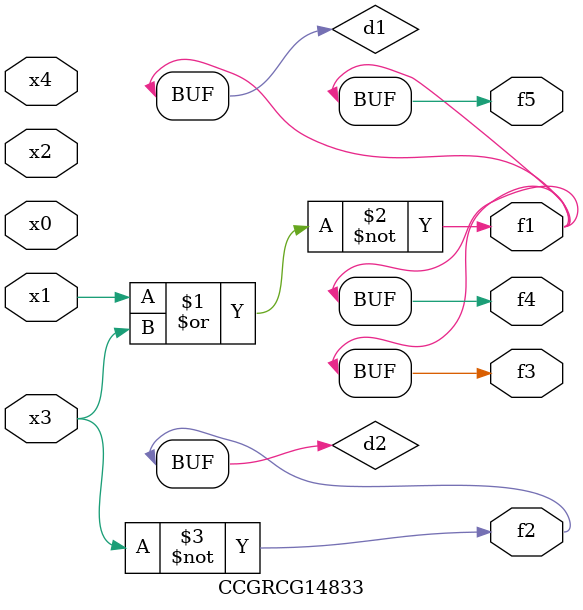
<source format=v>
module CCGRCG14833(
	input x0, x1, x2, x3, x4,
	output f1, f2, f3, f4, f5
);

	wire d1, d2;

	nor (d1, x1, x3);
	not (d2, x3);
	assign f1 = d1;
	assign f2 = d2;
	assign f3 = d1;
	assign f4 = d1;
	assign f5 = d1;
endmodule

</source>
